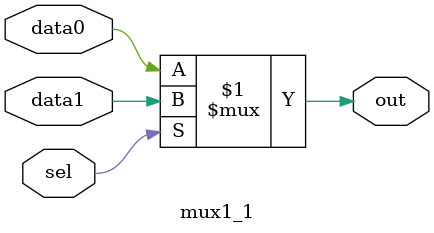
<source format=v>
module mux1_1(data0, data1, sel, out);

	// a mux of 1 bit in selector, 1 bit in data
	
	input data0, data1, sel;
	output out;
	
	assign out = sel ? data1 : data0;
endmodule
</source>
